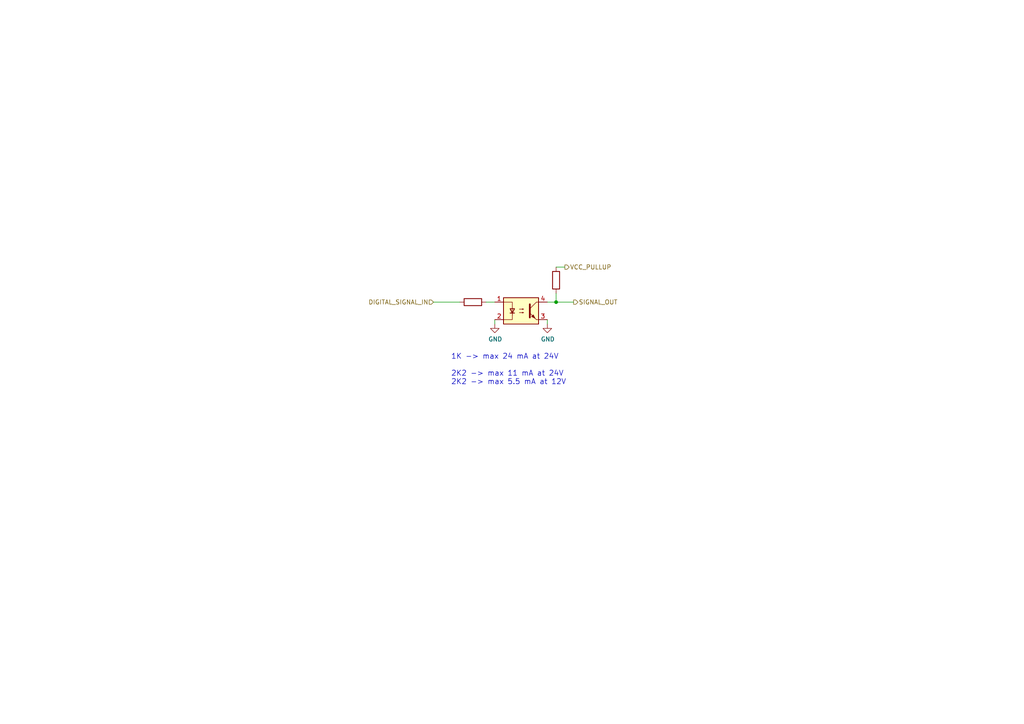
<source format=kicad_sch>
(kicad_sch (version 20250114) (generator "eeschema") (generator_version "9.0")
  (paper "A4")
  (lib_symbols
    (symbol "C-Sense_CAN_IO_MBUS_EXP_PCB-rescue:GND-C-Sense_diverse" (power) (pin_names (offset 0))
      (property "Value" "C-Sense_diverse_GND" (at 0 -3.81 0))
      (symbol "GND-C-Sense_diverse_0_1"
        (polyline (pts (xy 0 0) (xy 0 -1.27) (xy 1.27 -1.27) (xy 0 -2.54) (xy -1.27 -1.27) (xy 0 -1.27)))
      )
      (symbol "GND-C-Sense_diverse_1_1"
        (pin power_in line (at 0 0 270) (length 0) (hide yes) (name "GND") (number "1"))
      )
    )
    (symbol "C-Sense_CAN_IO_MBUS_EXP_PCB-rescue:R-C-Sense_diverse" (pin_numbers (hide yes)) (pin_names (offset 0))
      (property "Reference" "R" (at 2.032 0 90))
      (property "Value" "C-Sense_diverse_R" (at 0 0 90))
      (symbol "R-C-Sense_diverse_0_1"
        (rectangle (start -1.016 -2.54) (end 1.016 2.54) (stroke (width 0.254)))
      )
      (symbol "R-C-Sense_diverse_1_1"
        (pin passive line (at 0 3.81 270) (length 1.27) (name "~") (number "1"))
        (pin passive line (at 0 -3.81 90) (length 1.27) (name "~") (number "2"))
      )
    )
    (symbol "Isolator:SFH617A-1" (pin_names (offset 1.016))
      (property "Reference" "U" (at -5.08 5.08 0))
      (property "Value" "SFH617A-1" (at 0 5.08 0))
      (symbol "SFH617A-1_0_1"
        (rectangle (start -5.08 3.81) (end 5.08 -3.81) (stroke (width 0.254)) (fill (type background)))
        (polyline (pts (xy -5.08 2.54) (xy -2.54 2.54) (xy -2.54 -1.27) (xy -2.54 0.635)))
        (polyline (pts (xy -3.175 -0.635) (xy -1.905 -0.635)) (stroke (width 0.254)))
        (polyline (pts (xy -2.54 -0.635) (xy -2.54 -2.54) (xy -5.08 -2.54)))
        (polyline (pts (xy -2.54 -0.635) (xy -3.175 0.635) (xy -1.905 0.635) (xy -2.54 -0.635)) (stroke (width 0.254)))
        (polyline (pts (xy -0.508 0.508) (xy 0.762 0.508) (xy 0.381 0.381) (xy 0.381 0.635) (xy 0.762 0.508)))
        (polyline (pts (xy -0.508 -0.508) (xy 0.762 -0.508) (xy 0.381 -0.635) (xy 0.381 -0.381) (xy 0.762 -0.508)))
        (polyline (pts (xy 2.54 1.905) (xy 2.54 -1.905) (xy 2.54 -1.905)) (stroke (width 0.508)))
        (polyline (pts (xy 2.54 0.635) (xy 4.445 2.54)))
        (polyline (pts (xy 3.048 -1.651) (xy 3.556 -1.143) (xy 4.064 -2.159) (xy 3.048 -1.651) (xy 3.048 -1.651)) (fill (type outline)))
        (polyline (pts (xy 4.445 2.54) (xy 5.08 2.54)))
        (polyline (pts (xy 4.445 -2.54) (xy 2.54 -0.635)) (fill (type outline)))
        (polyline (pts (xy 4.445 -2.54) (xy 5.08 -2.54)))
      )
      (symbol "SFH617A-1_1_1"
        (pin passive line (at -7.62 2.54 0) (length 2.54) (name "~") (number "1"))
        (pin passive line (at -7.62 -2.54 0) (length 2.54) (name "~") (number "2"))
        (pin passive line (at 7.62 2.54 180) (length 2.54) (name "~") (number "4"))
        (pin passive line (at 7.62 -2.54 180) (length 2.54) (name "~") (number "3"))
      )
    )
  )
  (text "1K -> max 24 mA at 24V\n\n2K2 -> max 11 mA at 24V\n2K2 -> max 5.5 mA at 12V" (at 130.81 111.76 0) (effects (font (size 1.524 1.524)) (justify left bottom)))
  (junction (at 161.29 87.63))
  (wire (pts (xy 158.75 92.71) (xy 158.75 93.98)))
  (wire (pts (xy 161.29 87.63) (xy 166.37 87.63)))
  (wire (pts (xy 125.73 87.63) (xy 133.35 87.63)))
  (wire (pts (xy 140.97 87.63) (xy 143.51 87.63)))
  (wire (pts (xy 161.29 77.47) (xy 163.83 77.47)))
  (wire (pts (xy 161.29 85.09) (xy 161.29 87.63)))
  (wire (pts (xy 158.75 87.63) (xy 161.29 87.63)))
  (wire (pts (xy 143.51 92.71) (xy 143.51 93.98)))
  (hierarchical_label "DIGITAL_SIGNAL_IN" (shape input) (at 125.73 87.63 180))
  (hierarchical_label "SIGNAL_OUT" (shape output) (at 166.37 87.63 0))
  (hierarchical_label "VCC_PULLUP" (shape output) (at 163.83 77.47 0))
  (symbol (lib_id "C-Sense_CAN_IO_MBUS_EXP_PCB-rescue:R-C-Sense_diverse") (at 137.16 87.63 90) (unit 1)
    (property "Reference" "R7" (effects (hide yes)))
    (property "Value" "2K2" (effects (hide yes)))
    (property "Footprint" "Resistor_SMD:R_0603_1608Metric" (effects (hide yes)))
    (property "Digi-Key_PN" "RMCF0603FT2K20CT-ND" (effects (hide yes)))
    (property "Component comment" "Can be replaced with other manufacturer component with same specs" (effects (hide yes)))
    (property "MF" "Stackpole Electronics Inc" (effects (hide yes)))
    (property "MP" "RMCF0603FT2K20" (effects (hide yes)))
    (property "pcb" "exp_v1" (effects (hide yes)))
    (instances (project "" (path "" (reference "R1701") (unit 1)) (path "" (reference "R5") (unit 1)) (path "" (reference "R7") (unit 1)) (path "" (reference "R3") (unit 1))))
  )
  (symbol (lib_id "C-Sense_CAN_IO_MBUS_EXP_PCB-rescue:GND-C-Sense_diverse") (at 143.51 93.98 0) (unit 1)
    (property "Reference" "#PWR01701" (effects (hide yes)))
    (property "Value" "GND" (at 143.637 98.3742 0))
    (instances (project "" (path "" (reference "#PWR0106") (unit 1)) (path "" (reference "#PWR0104") (unit 1)) (path "" (reference "#PWR01701") (unit 1)) (path "" (reference "#PWR01707") (unit 1))))
  )
  (symbol (lib_id "C-Sense_CAN_IO_MBUS_EXP_PCB-rescue:GND-C-Sense_diverse") (at 158.75 93.98 0) (unit 1)
    (property "Reference" "#PWR01702" (effects (hide yes)))
    (property "Value" "GND" (at 158.877 98.3742 0))
    (instances (project "" (path "" (reference "#PWR0105") (unit 1)) (path "" (reference "#PWR0103") (unit 1)) (path "" (reference "#PWR01702") (unit 1)) (path "" (reference "#PWR01708") (unit 1))))
  )
  (symbol (lib_id "C-Sense_CAN_IO_MBUS_EXP_PCB-rescue:R-C-Sense_diverse") (at 161.29 81.28 0) (unit 1)
    (property "Reference" "R8" (effects (hide yes)))
    (property "Value" "10K" (effects (hide yes)))
    (property "Footprint" "Resistor_SMD:R_0603_1608Metric" (effects (hide yes)))
    (property "Digi-Key_PN" "RMCF0603FT10K0CT-ND" (effects (hide yes)))
    (property "Component comment" "Can be replaced with other manufacturer component with same specs" (effects (hide yes)))
    (property "MF" "Stackpole Electronics Inc" (effects (hide yes)))
    (property "MP" "RMCF0603FT10K0" (effects (hide yes)))
    (property "pcb" "exp_v1" (effects (hide yes)))
    (instances (project "" (path "" (reference "R1702") (unit 1)) (path "" (reference "R6") (unit 1)) (path "" (reference "R8") (unit 1)) (path "" (reference "R4") (unit 1))))
  )
  (symbol (lib_id "Isolator:SFH617A-1") (at 151.13 90.17 0) (unit 1)
    (property "Reference" "U4" (effects (hide yes)))
    (property "Value" "LTV-817" (effects (hide yes)))
    (property "Footprint" "digikey-footprints:SMD-4_4.6x7.62mm_P2.54mm" (effects (hide yes)))
    (property "Digi-Key_PN" "160-1893-1-ND" (effects (hide yes)))
    (property "Component comment" "none" (effects (hide yes)))
    (property "MF" "Lite-On Inc." (effects (hide yes)))
    (property "MP" "LTV-817S-TA1" (effects (hide yes)))
    (property "pcb" "exp_v1" (effects (hide yes)))
    (instances (project "" (path "" (reference "U1701") (unit 1)) (path "" (reference "U3") (unit 1)) (path "" (reference "U4") (unit 1)) (path "" (reference "U1") (unit 1))))
  )
)
</source>
